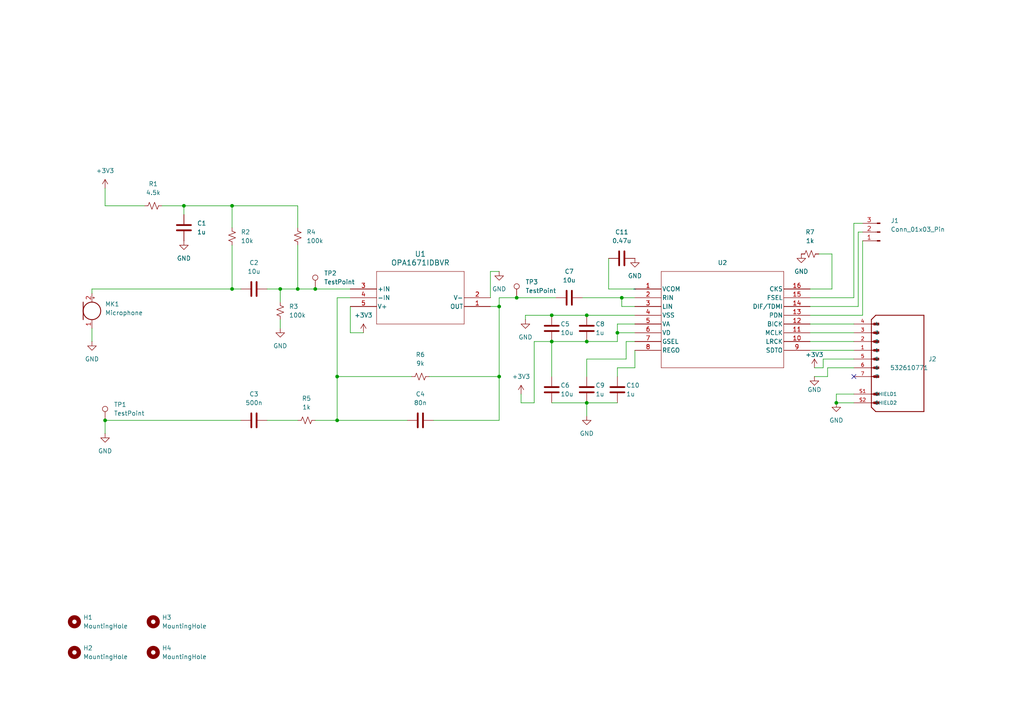
<source format=kicad_sch>
(kicad_sch (version 20231120) (generator "eeschema") (generator_version "8.0")
  (paper "A4")
  (lib_symbols
    (symbol "2024-02-15_23-46-41:OPA1671IDBVR" (pin_names (offset 0.254))
      (property "Reference" "U" (at 20.32 10.16 0))
      (property "Value" "OPA1671IDBVR" (at 20.32 7.62 0))
      (symbol "OPA1671IDBVR_0_1"
        (polyline (pts (xy 7.62 -10.16) (xy 33.02 -10.16)) (stroke (width 0.127)))
        (polyline (pts (xy 7.62 5.08) (xy 7.62 -10.16)) (stroke (width 0.127)))
        (polyline (pts (xy 33.02 -10.16) (xy 33.02 5.08)) (stroke (width 0.127)))
        (polyline (pts (xy 33.02 5.08) (xy 7.62 5.08)) (stroke (width 0.127)))
        (pin output line (at 0 0 0) (length 7.62) (name "OUT") (number "1"))
        (pin power_in line (at 0 -2.54 0) (length 7.62) (name "V-") (number "2"))
        (pin input line (at 40.64 -5.08 180) (length 7.62) (name "+IN") (number "3"))
        (pin input line (at 40.64 -2.54 180) (length 7.62) (name "-IN") (number "4"))
        (pin power_in line (at 40.64 0 180) (length 7.62) (name "V+") (number "5"))
      )
    )
    (symbol "532610771:532610771" (pin_names (offset 1.016))
      (property "Reference" "J2" (at 8.89 0 0))
      (property "Value" "532610771" (at 8.89 -2.54 0))
      (symbol "532610771_0_0"
        (rectangle (start -6.985 -13.0175) (end -5.3975 -12.3825) (stroke (width 0.1)) (fill (type outline)))
        (rectangle (start -6.985 -10.4775) (end -5.3975 -9.8425) (stroke (width 0.1)) (fill (type outline)))
        (rectangle (start -6.985 -5.3975) (end -5.3975 -4.7625) (stroke (width 0.1)) (fill (type outline)))
        (rectangle (start -6.985 -2.8575) (end -5.3975 -2.2225) (stroke (width 0.1)) (fill (type outline)))
        (rectangle (start -6.985 -0.3175) (end -5.3975 0.3175) (stroke (width 0.1)) (fill (type outline)))
        (rectangle (start -6.985 2.2225) (end -5.3975 2.8575) (stroke (width 0.1)) (fill (type outline)))
        (rectangle (start -6.985 4.7625) (end -5.3975 5.3975) (stroke (width 0.1)) (fill (type outline)))
        (rectangle (start -6.985 7.3025) (end -5.3975 7.9375) (stroke (width 0.1)) (fill (type outline)))
        (rectangle (start -6.985 9.8425) (end -5.3975 10.4775) (stroke (width 0.1)) (fill (type outline)))
        (polyline (pts (xy -7.62 -13.97) (xy -6.35 -15.24)) (stroke (width 0.254)))
        (polyline (pts (xy -7.62 -12.7) (xy -5.715 -12.7)) (stroke (width 0.254)))
        (polyline (pts (xy -7.62 -10.16) (xy -5.715 -10.16)) (stroke (width 0.254)))
        (polyline (pts (xy -7.62 -5.08) (xy -5.715 -5.08)) (stroke (width 0.254)))
        (polyline (pts (xy -7.62 -2.54) (xy -5.715 -2.54)) (stroke (width 0.254)))
        (polyline (pts (xy -7.62 0) (xy -5.715 0)) (stroke (width 0.254)))
        (polyline (pts (xy -7.62 2.54) (xy -5.715 2.54)) (stroke (width 0.254)))
        (polyline (pts (xy -7.62 5.08) (xy -5.715 5.08)) (stroke (width 0.254)))
        (polyline (pts (xy -7.62 7.62) (xy -5.715 7.62)) (stroke (width 0.254)))
        (polyline (pts (xy -7.62 10.16) (xy -5.715 10.16)) (stroke (width 0.254)))
        (polyline (pts (xy -7.62 11.43) (xy -7.62 -13.97)) (stroke (width 0.254)))
        (polyline (pts (xy -7.62 11.43) (xy -6.35 12.7)) (stroke (width 0.254)))
        (polyline (pts (xy -6.35 -15.24) (xy 7.62 -15.24)) (stroke (width 0.254)))
        (polyline (pts (xy 7.62 -15.24) (xy 7.62 12.7)) (stroke (width 0.254)))
        (polyline (pts (xy 7.62 12.7) (xy -6.35 12.7)) (stroke (width 0.254)))
        (pin passive line (at -12.7 0 0) (length 5.08) (name "5") (number "5"))
        (pin passive line (at -12.7 -2.54 0) (length 5.08) (name "6") (number "6"))
        (pin passive line (at -12.7 -5.08 0) (length 5.08) (name "7") (number "7"))
        (pin passive line (at -12.7 -10.16 0) (length 5.08) (name "SHIELD1") (number "S1"))
        (pin passive line (at -12.7 -12.7 0) (length 5.08) (name "SHIELD2") (number "S2"))
      )
      (symbol "532610771_1_0"
        (pin passive line (at -12.7 2.54 0) (length 5.08) (name "1") (number "1"))
        (pin passive line (at -12.7 5.08 0) (length 5.08) (name "2") (number "2"))
        (pin passive line (at -12.7 7.62 0) (length 5.08) (name "3") (number "3"))
        (pin passive line (at -12.7 10.16 0) (length 5.08) (name "4") (number "4"))
      )
    )
    (symbol "ADC:AK5720VT" (pin_names (offset 0.254))
      (property "Reference" "U" (at 25.4 10.16 0))
      (property "Value" "AK5720VT" (at 25.4 7.62 0))
      (symbol "AK5720VT_0_1"
        (polyline (pts (xy 7.62 -22.86) (xy 43.18 -22.86)) (stroke (width 0.127)))
        (polyline (pts (xy 7.62 5.08) (xy 7.62 -22.86)) (stroke (width 0.127)))
        (polyline (pts (xy 43.18 -22.86) (xy 43.18 5.08)) (stroke (width 0.127)))
        (polyline (pts (xy 43.18 5.08) (xy 7.62 5.08)) (stroke (width 0.127)))
        (pin unspecified line (at 0 0 0) (length 7.62) (name "VCOM") (number "1"))
        (pin unspecified line (at 50.8 -15.24 180) (length 7.62) (name "LRCK") (number "10"))
        (pin unspecified line (at 50.8 -12.7 180) (length 7.62) (name "MCLK") (number "11"))
        (pin unspecified line (at 50.8 -10.16 180) (length 7.62) (name "BICK") (number "12"))
        (pin unspecified line (at 50.8 -7.62 180) (length 7.62) (name "PDN") (number "13"))
        (pin unspecified line (at 50.8 -5.08 180) (length 7.62) (name "DIF/TDMI") (number "14"))
        (pin unspecified line (at 50.8 -2.54 180) (length 7.62) (name "FSEL") (number "15"))
        (pin unspecified line (at 50.8 0 180) (length 7.62) (name "CKS") (number "16"))
        (pin unspecified line (at 0 -2.54 0) (length 7.62) (name "RIN") (number "2"))
        (pin unspecified line (at 0 -5.08 0) (length 7.62) (name "LIN") (number "3"))
        (pin power_out line (at 0 -7.62 0) (length 7.62) (name "VSS") (number "4"))
        (pin unspecified line (at 0 -10.16 0) (length 7.62) (name "VA") (number "5"))
        (pin unspecified line (at 0 -12.7 0) (length 7.62) (name "VD") (number "6"))
        (pin unspecified line (at 0 -15.24 0) (length 7.62) (name "GSEL") (number "7"))
        (pin unspecified line (at 0 -17.78 0) (length 7.62) (name "REGO") (number "8"))
        (pin unspecified line (at 50.8 -17.78 180) (length 7.62) (name "SDTO") (number "9"))
      )
    )
    (symbol "Connector:Conn_01x03_Pin" (pin_names (offset 1.016) hide)
      (property "Reference" "J" (at 0 5.08 0))
      (property "Value" "Conn_01x03_Pin" (at 0 -5.08 0))
      (symbol "Conn_01x03_Pin_1_1"
        (polyline (pts (xy 1.27 -2.54) (xy 0.8636 -2.54)) (stroke (width 0.1524)))
        (polyline (pts (xy 1.27 0) (xy 0.8636 0)) (stroke (width 0.1524)))
        (polyline (pts (xy 1.27 2.54) (xy 0.8636 2.54)) (stroke (width 0.1524)))
        (rectangle (start 0.8636 -2.413) (end 0 -2.667) (stroke (width 0.1524)) (fill (type outline)))
        (rectangle (start 0.8636 0.127) (end 0 -0.127) (stroke (width 0.1524)) (fill (type outline)))
        (rectangle (start 0.8636 2.667) (end 0 2.413) (stroke (width 0.1524)) (fill (type outline)))
        (pin passive line (at 5.08 2.54 180) (length 3.81) (name "Pin_1") (number "1"))
        (pin passive line (at 5.08 0 180) (length 3.81) (name "Pin_2") (number "2"))
        (pin passive line (at 5.08 -2.54 180) (length 3.81) (name "Pin_3") (number "3"))
      )
    )
    (symbol "Connector:TestPoint" (pin_numbers hide) (pin_names (offset 0.762) hide)
      (property "Reference" "TP" (at 0 6.858 0))
      (property "Value" "TestPoint" (at 0 5.08 0))
      (symbol "TestPoint_0_1"
        (circle (center 0 3.302) (radius 0.762))
      )
      (symbol "TestPoint_1_1"
        (pin passive line (at 0 0 90) (length 2.54) (name "1") (number "1"))
      )
    )
    (symbol "Device:C" (pin_numbers hide) (pin_names (offset 0.254))
      (property "Reference" "C" (at 0.635 2.54 0))
      (property "Value" "C" (at 0.635 -2.54 0))
      (symbol "C_0_1"
        (polyline (pts (xy -2.032 -0.762) (xy 2.032 -0.762)) (stroke (width 0.508)))
        (polyline (pts (xy -2.032 0.762) (xy 2.032 0.762)) (stroke (width 0.508)))
      )
      (symbol "C_1_1"
        (pin passive line (at 0 3.81 270) (length 2.794) (name "~") (number "1"))
        (pin passive line (at 0 -3.81 90) (length 2.794) (name "~") (number "2"))
      )
    )
    (symbol "Device:Microphone" (pin_names (offset 0.0254) hide)
      (property "Reference" "MK" (at -3.81 1.27 0))
      (property "Value" "Microphone" (at -3.81 -0.635 0))
      (symbol "Microphone_0_1"
        (polyline (pts (xy -2.54 2.54) (xy -2.54 -2.54)) (stroke (width 0.254)))
        (polyline (pts (xy 0.254 3.81) (xy 0.762 3.81)))
        (polyline (pts (xy 0.508 4.064) (xy 0.508 3.556)))
        (circle (center 0 0) (radius 2.54) (stroke (width 0.254)))
      )
      (symbol "Microphone_1_1"
        (pin passive line (at 0 -5.08 90) (length 2.54) (name "-") (number "1"))
        (pin passive line (at 0 5.08 270) (length 2.54) (name "+") (number "2"))
      )
    )
    (symbol "Device:R_Small_US" (pin_numbers hide) (pin_names (offset 0.254) hide)
      (property "Reference" "R" (at 0.762 0.508 0))
      (property "Value" "R_Small_US" (at 0.762 -1.016 0))
      (symbol "R_Small_US_1_1"
        (polyline (pts (xy 0 0) (xy 1.016 -0.381) (xy 0 -0.762) (xy -1.016 -1.143) (xy 0 -1.524)))
        (polyline (pts (xy 0 1.524) (xy 1.016 1.143) (xy 0 0.762) (xy -1.016 0.381) (xy 0 0)))
        (pin passive line (at 0 2.54 270) (length 1.016) (name "~") (number "1"))
        (pin passive line (at 0 -2.54 90) (length 1.016) (name "~") (number "2"))
      )
    )
    (symbol "Mechanical:MountingHole" (pin_names (offset 1.016)) (exclude_from_sim yes) (in_bom no)
      (property "Reference" "H" (at 0 5.08 0))
      (property "Value" "MountingHole" (at 0 3.175 0))
      (symbol "MountingHole_0_1"
        (circle (center 0 0) (radius 1.27) (stroke (width 1.27)))
      )
    )
    (symbol "power:+3V3" (power) (pin_names (offset 0))
      (property "Value" "+3V3" (at 0 3.556 0))
      (symbol "+3V3_0_1"
        (polyline (pts (xy -0.762 1.27) (xy 0 2.54)))
        (polyline (pts (xy 0 0) (xy 0 2.54)))
        (polyline (pts (xy 0 2.54) (xy 0.762 1.27)))
      )
      (symbol "+3V3_1_1"
        (pin power_in line (at 0 0 90) (length 0) hide (name "+3V3") (number "1"))
      )
    )
    (symbol "power:GND" (power) (pin_numbers hide) (pin_names (offset 0) hide)
      (property "Value" "GND" (at 0 -3.81 0))
      (symbol "GND_0_1"
        (polyline (pts (xy 0 0) (xy 0 -1.27) (xy 1.27 -1.27) (xy 0 -2.54) (xy -1.27 -1.27) (xy 0 -1.27)))
      )
      (symbol "GND_1_1"
        (pin power_in line (at 0 0 270) (length 0) (name "~") (number "1"))
      )
    )
  )
  (junction (at 170.18 99.06))
  (junction (at 91.44 83.82))
  (junction (at 86.36 83.82))
  (junction (at 81.28 83.82))
  (junction (at 67.31 59.69))
  (junction (at 160.02 99.06))
  (junction (at 242.57 116.84))
  (junction (at 144.78 109.22))
  (junction (at 67.31 83.82))
  (junction (at 160.02 91.44))
  (junction (at 179.07 96.52))
  (junction (at 170.18 91.44))
  (junction (at 170.18 116.84))
  (junction (at 97.79 109.22))
  (junction (at 53.34 59.69))
  (junction (at 180.34 86.36))
  (junction (at 97.79 121.92))
  (junction (at 149.86 86.36))
  (junction (at 30.48 121.92))
  (junction (at 144.78 88.9))
  (no_connect (at 247.65 109.22))
  (wire (pts (xy 184.15 99.06) (xy 181.61 99.06)))
  (wire (pts (xy 81.28 83.82) (xy 86.36 83.82)))
  (wire (pts (xy 179.07 99.06) (xy 170.18 99.06)))
  (wire (pts (xy 151.13 114.3) (xy 151.13 116.84)))
  (wire (pts (xy 179.07 106.68) (xy 179.07 109.22)))
  (wire (pts (xy 160.02 99.06) (xy 160.02 109.22)))
  (wire (pts (xy 67.31 83.82) (xy 26.67 83.82)))
  (wire (pts (xy 91.44 83.82) (xy 101.6 83.82)))
  (wire (pts (xy 176.53 83.82) (xy 184.15 83.82)))
  (wire (pts (xy 184.15 93.98) (xy 179.07 93.98)))
  (wire (pts (xy 41.91 59.69) (xy 30.48 59.69)))
  (wire (pts (xy 181.61 99.06) (xy 181.61 104.14)))
  (wire (pts (xy 248.92 67.31) (xy 248.92 88.9)))
  (wire (pts (xy 248.92 88.9) (xy 234.95 88.9)))
  (wire (pts (xy 77.47 121.92) (xy 86.36 121.92)))
  (wire (pts (xy 77.47 83.82) (xy 81.28 83.82)))
  (wire (pts (xy 119.38 109.22) (xy 97.79 109.22)))
  (wire (pts (xy 144.78 121.92) (xy 144.78 109.22)))
  (wire (pts (xy 250.19 91.44) (xy 234.95 91.44)))
  (wire (pts (xy 97.79 109.22) (xy 97.79 121.92)))
  (wire (pts (xy 46.99 59.69) (xy 53.34 59.69)))
  (wire (pts (xy 234.95 83.82) (xy 241.3 83.82)))
  (wire (pts (xy 144.78 109.22) (xy 144.78 88.9)))
  (wire (pts (xy 86.36 59.69) (xy 86.36 66.04)))
  (wire (pts (xy 142.24 78.74) (xy 144.78 78.74)))
  (wire (pts (xy 81.28 83.82) (xy 81.28 87.63)))
  (wire (pts (xy 105.41 96.52) (xy 101.6 96.52)))
  (wire (pts (xy 144.78 86.36) (xy 144.78 88.9)))
  (wire (pts (xy 170.18 116.84) (xy 170.18 120.65)))
  (wire (pts (xy 247.65 101.6) (xy 234.95 101.6)))
  (wire (pts (xy 91.44 121.92) (xy 97.79 121.92)))
  (wire (pts (xy 160.02 116.84) (xy 170.18 116.84)))
  (wire (pts (xy 236.22 106.68) (xy 238.76 106.68)))
  (wire (pts (xy 241.3 73.66) (xy 237.49 73.66)))
  (wire (pts (xy 179.07 93.98) (xy 179.07 96.52)))
  (wire (pts (xy 101.6 86.36) (xy 97.79 86.36)))
  (wire (pts (xy 154.94 116.84) (xy 151.13 116.84)))
  (wire (pts (xy 170.18 91.44) (xy 184.15 91.44)))
  (wire (pts (xy 242.57 114.3) (xy 242.57 116.84)))
  (wire (pts (xy 181.61 104.14) (xy 170.18 104.14)))
  (wire (pts (xy 67.31 59.69) (xy 53.34 59.69)))
  (wire (pts (xy 81.28 92.71) (xy 81.28 95.25)))
  (wire (pts (xy 176.53 74.93) (xy 176.53 83.82)))
  (wire (pts (xy 67.31 83.82) (xy 69.85 83.82)))
  (wire (pts (xy 240.03 109.22) (xy 240.03 106.68)))
  (wire (pts (xy 30.48 121.92) (xy 30.48 125.73)))
  (wire (pts (xy 184.15 101.6) (xy 184.15 106.68)))
  (wire (pts (xy 247.65 86.36) (xy 234.95 86.36)))
  (wire (pts (xy 86.36 83.82) (xy 91.44 83.82)))
  (wire (pts (xy 101.6 96.52) (xy 101.6 88.9)))
  (wire (pts (xy 179.07 96.52) (xy 179.07 99.06)))
  (wire (pts (xy 247.65 93.98) (xy 234.95 93.98)))
  (wire (pts (xy 180.34 88.9) (xy 180.34 86.36)))
  (wire (pts (xy 241.3 83.82) (xy 241.3 73.66)))
  (wire (pts (xy 86.36 71.12) (xy 86.36 83.82)))
  (wire (pts (xy 124.46 109.22) (xy 144.78 109.22)))
  (wire (pts (xy 67.31 66.04) (xy 67.31 59.69)))
  (wire (pts (xy 184.15 88.9) (xy 180.34 88.9)))
  (wire (pts (xy 160.02 99.06) (xy 170.18 99.06)))
  (wire (pts (xy 30.48 54.61) (xy 30.48 59.69)))
  (wire (pts (xy 240.03 106.68) (xy 247.65 106.68)))
  (wire (pts (xy 142.24 88.9) (xy 144.78 88.9)))
  (wire (pts (xy 236.22 109.22) (xy 240.03 109.22)))
  (wire (pts (xy 67.31 59.69) (xy 86.36 59.69)))
  (wire (pts (xy 154.94 99.06) (xy 160.02 99.06)))
  (wire (pts (xy 160.02 91.44) (xy 170.18 91.44)))
  (wire (pts (xy 247.65 114.3) (xy 242.57 114.3)))
  (wire (pts (xy 149.86 86.36) (xy 161.29 86.36)))
  (wire (pts (xy 154.94 99.06) (xy 154.94 116.84)))
  (wire (pts (xy 97.79 86.36) (xy 97.79 109.22)))
  (wire (pts (xy 242.57 116.84) (xy 247.65 116.84)))
  (wire (pts (xy 170.18 104.14) (xy 170.18 109.22)))
  (wire (pts (xy 180.34 86.36) (xy 184.15 86.36)))
  (wire (pts (xy 26.67 83.82) (xy 26.67 85.09)))
  (wire (pts (xy 144.78 86.36) (xy 149.86 86.36)))
  (wire (pts (xy 170.18 116.84) (xy 179.07 116.84)))
  (wire (pts (xy 26.67 95.25) (xy 26.67 99.06)))
  (wire (pts (xy 238.76 104.14) (xy 247.65 104.14)))
  (wire (pts (xy 152.4 91.44) (xy 160.02 91.44)))
  (wire (pts (xy 152.4 91.44) (xy 152.4 92.71)))
  (wire (pts (xy 247.65 64.77) (xy 247.65 86.36)))
  (wire (pts (xy 168.91 86.36) (xy 180.34 86.36)))
  (wire (pts (xy 238.76 106.68) (xy 238.76 104.14)))
  (wire (pts (xy 250.19 64.77) (xy 247.65 64.77)))
  (wire (pts (xy 142.24 78.74) (xy 142.24 86.36)))
  (wire (pts (xy 30.48 121.92) (xy 69.85 121.92)))
  (wire (pts (xy 247.65 99.06) (xy 234.95 99.06)))
  (wire (pts (xy 125.73 121.92) (xy 144.78 121.92)))
  (wire (pts (xy 250.19 67.31) (xy 248.92 67.31)))
  (wire (pts (xy 184.15 96.52) (xy 179.07 96.52)))
  (wire (pts (xy 53.34 59.69) (xy 53.34 62.23)))
  (wire (pts (xy 250.19 69.85) (xy 250.19 91.44)))
  (wire (pts (xy 67.31 71.12) (xy 67.31 83.82)))
  (wire (pts (xy 97.79 121.92) (xy 118.11 121.92)))
  (wire (pts (xy 247.65 96.52) (xy 234.95 96.52)))
  (wire (pts (xy 184.15 106.68) (xy 179.07 106.68)))
  (symbol (lib_id "2024-02-15_23-46-41:OPA1671IDBVR") (at 142.24 88.9 180) (unit 1)
    (property "Reference" "U1" (at 121.92 73.66 0) (effects (font (size 1.524 1.524))))
    (property "Value" "OPA1671IDBVR" (at 121.92 76.2 0) (effects (font (size 1.524 1.524))))
    (property "Footprint" "Footprints:Op-Amp" (effects (hide yes)))
    (property "Datasheet" "OPA1671IDBVR" (effects (hide yes)))
  )
  (symbol (lib_id "Mechanical:MountingHole") (at 21.59 189.23 0) (unit 1) (exclude_from_sim yes) (in_bom no)
    (property "Reference" "H2" (at 24.13 187.9599 0) (effects (justify left)))
    (property "Value" "MountingHole" (at 24.13 190.4999 0) (effects (justify left)))
    (property "Footprint" "MountingHole:MountingHole_3.2mm_M3" (effects (hide yes)))
    (property "Description" "Mounting Hole without connection" (effects (hide yes)))
  )
  (symbol (lib_id "532610771:532610771") (at 260.35 104.14 0) (unit 1)
    (property "Reference" "J2" (at 269.24 104.14 0) (effects (justify left)))
    (property "Value" "532610771" (at 269.24 106.68 0) (effects (justify right)))
    (property "Footprint" "Footprints:MOLEX_connector" (effects (hide yes)))
    (property "Description" "\nPicoblade Connector, 7 Circuit Single Row, Right Angle Surface Mount SMT PCB\n" (effects (hide yes)))
    (property "DigiKey_Part_Number" "WM7625TR-ND" (effects (hide yes)))
    (property "MF" "Molex" (effects (hide yes)))
    (property "MAXIMUM_PACKAGE_HEIGHT" "3.4 mm" (effects (hide yes)))
    (property "Package" "None" (effects (hide yes)))
    (property "Check_prices" "https://www.snapeda.com/parts/0532610771/Molex/view-part/?ref=eda" (effects (hide yes)))
    (property "STANDARD" "Manufacturer Recommendations" (effects (hide yes)))
    (property "PARTREV" "J" (effects (hide yes)))
    (property "SnapEDA_Link" "https://www.snapeda.com/parts/0532610771/Molex/view-part/?ref=snap" (effects (hide yes)))
    (property "MP" "0532610771" (effects (hide yes)))
    (property "Purchase-URL" "https://www.snapeda.com/api/url_track_click_mouser/?unipart_id=577144&manufacturer=Molex&part_name=0532610771&search_term=None" (effects (hide yes)))
    (property "MANUFACTURER" "Molex" (effects (hide yes)))
  )
  (symbol (lib_id "Device:R_Small_US") (at 81.28 90.17 0) (unit 1)
    (property "Reference" "R3" (at 83.82 88.9 0) (effects (justify left)))
    (property "Value" "100k" (at 83.82 91.44 0) (effects (justify left)))
    (property "Footprint" "Resistor_SMD:R_0805_2012Metric" (effects (hide yes)))
  )
  (symbol (lib_id "power:GND") (at 81.28 95.25 0) (unit 1)
    (property "Reference" "#PWR07" (effects (hide yes)))
    (property "Value" "GND" (at 81.28 100.33 0))
  )
  (symbol (lib_id "Device:R_Small_US") (at 86.36 68.58 0) (unit 1)
    (property "Reference" "R4" (at 88.9 67.31 0) (effects (justify left)))
    (property "Value" "100k" (at 88.9 69.85 0) (effects (justify left)))
    (property "Footprint" "Resistor_SMD:R_0805_2012Metric" (effects (hide yes)))
  )
  (symbol (lib_id "Connector:Conn_01x03_Pin") (at 255.27 67.31 180) (unit 1)
    (property "Reference" "J1" (at 258.318 64.008 0) (effects (justify right)))
    (property "Value" "Conn_01x03_Pin" (at 258.318 66.548 0) (effects (justify right)))
    (property "Footprint" "Connector_PinHeader_2.54mm:PinHeader_1x03_P2.54mm_Vertical" (effects (hide yes)))
  )
  (symbol (lib_id "Device:C") (at 53.34 66.04 0) (unit 1)
    (property "Reference" "C1" (at 57.15 64.7699 0) (effects (justify left)))
    (property "Value" "1u" (at 57.15 67.3099 0) (effects (justify left)))
    (property "Footprint" "Capacitor_SMD:C_0805_2012Metric" (effects (hide yes)))
  )
  (symbol (lib_id "Mechanical:MountingHole") (at 44.45 189.23 0) (unit 1) (exclude_from_sim yes) (in_bom no)
    (property "Reference" "H4" (at 46.99 187.9599 0) (effects (justify left)))
    (property "Value" "MountingHole" (at 46.99 190.4999 0) (effects (justify left)))
    (property "Footprint" "MountingHole:MountingHole_3.2mm_M3" (effects (hide yes)))
    (property "Description" "Mounting Hole without connection" (effects (hide yes)))
  )
  (symbol (lib_id "Connector:TestPoint") (at 91.44 83.82 0) (unit 1)
    (property "Reference" "TP2" (at 93.98 79.248 0) (effects (justify left)))
    (property "Value" "TestPoint" (at 93.98 81.788 0) (effects (justify left)))
    (property "Footprint" "TestPoint:TestPoint_Pad_D1.0mm" (effects (hide yes)))
  )
  (symbol (lib_id "Mechanical:MountingHole") (at 44.45 180.34 0) (unit 1) (exclude_from_sim yes) (in_bom no)
    (property "Reference" "H3" (at 46.99 179.0699 0) (effects (justify left)))
    (property "Value" "MountingHole" (at 46.99 181.6099 0) (effects (justify left)))
    (property "Footprint" "MountingHole:MountingHole_3.2mm_M3" (effects (hide yes)))
    (property "Description" "Mounting Hole without connection" (effects (hide yes)))
  )
  (symbol (lib_id "power:GND") (at 53.34 69.85 0) (unit 1)
    (property "Reference" "#PWR06" (effects (hide yes)))
    (property "Value" "GND" (at 53.34 74.93 0))
  )
  (symbol (lib_id "Device:R_Small_US") (at 44.45 59.69 270) (unit 1)
    (property "Reference" "R1" (at 44.45 53.34 90))
    (property "Value" "4.5k" (at 44.45 55.88 90))
    (property "Footprint" "Resistor_SMD:R_0805_2012Metric" (effects (hide yes)))
  )
  (symbol (lib_id "Device:R_Small_US") (at 67.31 68.58 0) (unit 1)
    (property "Reference" "R2" (at 69.85 67.31 0) (effects (justify left)))
    (property "Value" "10k" (at 69.85 69.85 0) (effects (justify left)))
    (property "Footprint" "Resistor_SMD:R_0805_2012Metric" (effects (hide yes)))
  )
  (symbol (lib_id "power:+3V3") (at 105.41 96.52 0) (unit 1)
    (property "Reference" "#PWR08" (effects (hide yes)))
    (property "Value" "+3V3" (at 105.41 91.44 0))
  )
  (symbol (lib_id "power:GND") (at 30.48 125.73 0) (unit 1)
    (property "Reference" "#PWR04" (effects (hide yes)))
    (property "Value" "GND" (at 30.48 130.81 0))
  )
  (symbol (lib_id "Device:C") (at 180.34 74.93 90) (unit 1)
    (property "Reference" "C11" (at 180.34 67.31 90))
    (property "Value" "0.47u" (at 180.34 69.85 90))
    (property "Footprint" "Capacitor_SMD:C_0805_2012Metric" (effects (hide yes)))
  )
  (symbol (lib_id "power:GND") (at 26.67 99.06 0) (unit 1)
    (property "Reference" "#PWR01" (effects (hide yes)))
    (property "Value" "GND" (at 26.67 104.14 0))
    (property "Description" "Power symbol creates a global label with name \"GND\" , ground" (effects (hide yes)))
  )
  (symbol (lib_id "ADC:AK5720VT") (at 184.15 83.82 0) (unit 1)
    (property "Reference" "U2" (at 209.55 76.2 0))
    (property "Value" "~" (at 184.15 83.82 0))
    (property "Footprint" "Footprints:ADC" (effects (hide yes)))
    (property "Datasheet" "AK5720VT" (effects (hide yes)))
  )
  (symbol (lib_id "Device:C") (at 121.92 121.92 90) (unit 1)
    (property "Reference" "C4" (at 121.92 114.3 90))
    (property "Value" "80n" (at 121.92 116.84 90))
    (property "Footprint" "Capacitor_SMD:C_0805_2012Metric" (effects (hide yes)))
  )
  (symbol (lib_id "power:GND") (at 232.41 73.66 0) (unit 1)
    (property "Reference" "#PWR014" (effects (hide yes)))
    (property "Value" "GND" (at 232.41 78.74 0))
  )
  (symbol (lib_id "Device:C") (at 165.1 86.36 90) (unit 1)
    (property "Reference" "C7" (at 165.1 78.74 90))
    (property "Value" "10u" (at 165.1 81.28 90))
    (property "Footprint" "Capacitor_SMD:C_0805_2012Metric" (effects (hide yes)))
  )
  (symbol (lib_id "power:GND") (at 236.22 109.22 0) (unit 1)
    (property "Reference" "#PWR016" (effects (hide yes)))
    (property "Value" "GND" (at 236.22 113.03 0))
  )
  (symbol (lib_id "power:+3V3") (at 236.22 106.68 0) (unit 1)
    (property "Reference" "#PWR015" (effects (hide yes)))
    (property "Value" "+3V3" (at 236.22 102.87 0))
  )
  (symbol (lib_id "power:GND") (at 152.4 92.71 0) (unit 1)
    (property "Reference" "#PWR011" (effects (hide yes)))
    (property "Value" "GND" (at 152.4 97.79 0))
  )
  (symbol (lib_id "power:+3V3") (at 151.13 114.3 0) (unit 1)
    (property "Reference" "#PWR010" (effects (hide yes)))
    (property "Value" "+3V3" (at 151.13 109.22 0))
  )
  (symbol (lib_id "Connector:TestPoint") (at 149.86 86.36 0) (unit 1)
    (property "Reference" "TP3" (at 152.4 81.788 0) (effects (justify left)))
    (property "Value" "TestPoint" (at 152.4 84.328 0) (effects (justify left)))
    (property "Footprint" "TestPoint:TestPoint_Pad_D1.0mm" (effects (hide yes)))
  )
  (symbol (lib_id "Device:C") (at 73.66 83.82 90) (unit 1)
    (property "Reference" "C2" (at 73.66 76.2 90))
    (property "Value" "10u" (at 73.66 78.74 90))
    (property "Footprint" "Capacitor_SMD:C_0805_2012Metric" (effects (hide yes)))
  )
  (symbol (lib_id "Device:R_Small_US") (at 234.95 73.66 90) (unit 1)
    (property "Reference" "R7" (at 234.95 67.31 90))
    (property "Value" "1k" (at 234.95 69.85 90))
    (property "Footprint" "Resistor_SMD:R_0805_2012Metric" (effects (hide yes)))
  )
  (symbol (lib_id "Device:R_Small_US") (at 121.92 109.22 270) (unit 1)
    (property "Reference" "R6" (at 121.92 102.87 90))
    (property "Value" "9k" (at 121.92 105.41 90))
    (property "Footprint" "Resistor_SMD:R_0805_2012Metric" (effects (hide yes)))
  )
  (symbol (lib_id "Device:R_Small_US") (at 88.9 121.92 270) (unit 1)
    (property "Reference" "R5" (at 88.9 115.57 90))
    (property "Value" "1k" (at 88.9 118.11 90))
    (property "Footprint" "Resistor_SMD:R_0805_2012Metric" (effects (hide yes)))
  )
  (symbol (lib_id "Device:C") (at 170.18 95.25 0) (unit 1)
    (property "Reference" "C8" (at 172.72 93.98 0) (effects (justify left)))
    (property "Value" "1u" (at 172.72 96.52 0) (effects (justify left)))
    (property "Footprint" "Capacitor_SMD:C_0805_2012Metric" (effects (hide yes)))
  )
  (symbol (lib_id "Device:C") (at 73.66 121.92 90) (unit 1)
    (property "Reference" "C3" (at 73.66 114.3 90))
    (property "Value" "500n" (at 73.66 116.84 90))
    (property "Footprint" "Capacitor_SMD:C_0805_2012Metric" (effects (hide yes)))
  )
  (symbol (lib_id "Device:C") (at 160.02 95.25 0) (unit 1)
    (property "Reference" "C5" (at 162.56 93.98 0) (effects (justify left)))
    (property "Value" "10u" (at 162.56 96.52 0) (effects (justify left)))
    (property "Footprint" "Capacitor_SMD:C_0805_2012Metric" (effects (hide yes)))
  )
  (symbol (lib_id "power:GND") (at 144.78 78.74 0) (unit 1)
    (property "Reference" "#PWR09" (effects (hide yes)))
    (property "Value" "GND" (at 144.78 83.82 0))
  )
  (symbol (lib_id "power:GND") (at 184.15 74.93 0) (unit 1)
    (property "Reference" "#PWR013" (effects (hide yes)))
    (property "Value" "GND" (at 184.15 80.01 0))
  )
  (symbol (lib_id "power:GND") (at 170.18 120.65 0) (unit 1)
    (property "Reference" "#PWR012" (effects (hide yes)))
    (property "Value" "GND" (at 170.18 125.73 0))
  )
  (symbol (lib_id "power:GND") (at 242.57 116.84 0) (unit 1)
    (property "Reference" "#PWR017" (effects (hide yes)))
    (property "Value" "GND" (at 242.57 121.92 0))
  )
  (symbol (lib_id "Device:C") (at 160.02 113.03 0) (unit 1)
    (property "Reference" "C6" (at 162.56 111.76 0) (effects (justify left)))
    (property "Value" "10u" (at 162.56 114.3 0) (effects (justify left)))
    (property "Footprint" "Capacitor_SMD:C_0805_2012Metric" (effects (hide yes)))
  )
  (symbol (lib_id "Connector:TestPoint") (at 30.48 121.92 0) (unit 1)
    (property "Reference" "TP1" (at 33.02 117.348 0) (effects (justify left)))
    (property "Value" "TestPoint" (at 33.02 119.888 0) (effects (justify left)))
    (property "Footprint" "TestPoint:TestPoint_Pad_D1.0mm" (effects (hide yes)))
  )
  (symbol (lib_id "Device:C") (at 170.18 113.03 0) (unit 1)
    (property "Reference" "C9" (at 172.72 111.76 0) (effects (justify left)))
    (property "Value" "1u" (at 172.72 114.3 0) (effects (justify left)))
    (property "Footprint" "Capacitor_SMD:C_0805_2012Metric" (effects (hide yes)))
  )
  (symbol (lib_id "power:+3V3") (at 30.48 54.61 0) (unit 1)
    (property "Reference" "#PWR03" (effects (hide yes)))
    (property "Value" "+3V3" (at 30.48 49.53 0))
  )
  (symbol (lib_id "Device:Microphone") (at 26.67 90.17 0) (unit 1)
    (property "Reference" "MK1" (at 30.48 88.2014 0) (effects (justify left)))
    (property "Value" "Microphone" (at 30.48 90.7414 0) (effects (justify left)))
    (property "Description" "Microphone" (effects (hide yes)))
  )
  (symbol (lib_id "Device:C") (at 179.07 113.03 0) (unit 1)
    (property "Reference" "C10" (at 181.61 111.76 0) (effects (justify left)))
    (property "Value" "1u" (at 181.61 114.3 0) (effects (justify left)))
    (property "Footprint" "Capacitor_SMD:C_0805_2012Metric" (effects (hide yes)))
  )
  (symbol (lib_id "Mechanical:MountingHole") (at 21.59 180.34 0) (unit 1) (exclude_from_sim yes) (in_bom no)
    (property "Reference" "H1" (at 24.13 179.0699 0) (effects (justify left)))
    (property "Value" "MountingHole" (at 24.13 181.6099 0) (effects (justify left)))
    (property "Footprint" "MountingHole:MountingHole_3.2mm_M3" (effects (hide yes)))
    (property "Description" "Mounting Hole without connection" (effects (hide yes)))
  )
)
</source>
